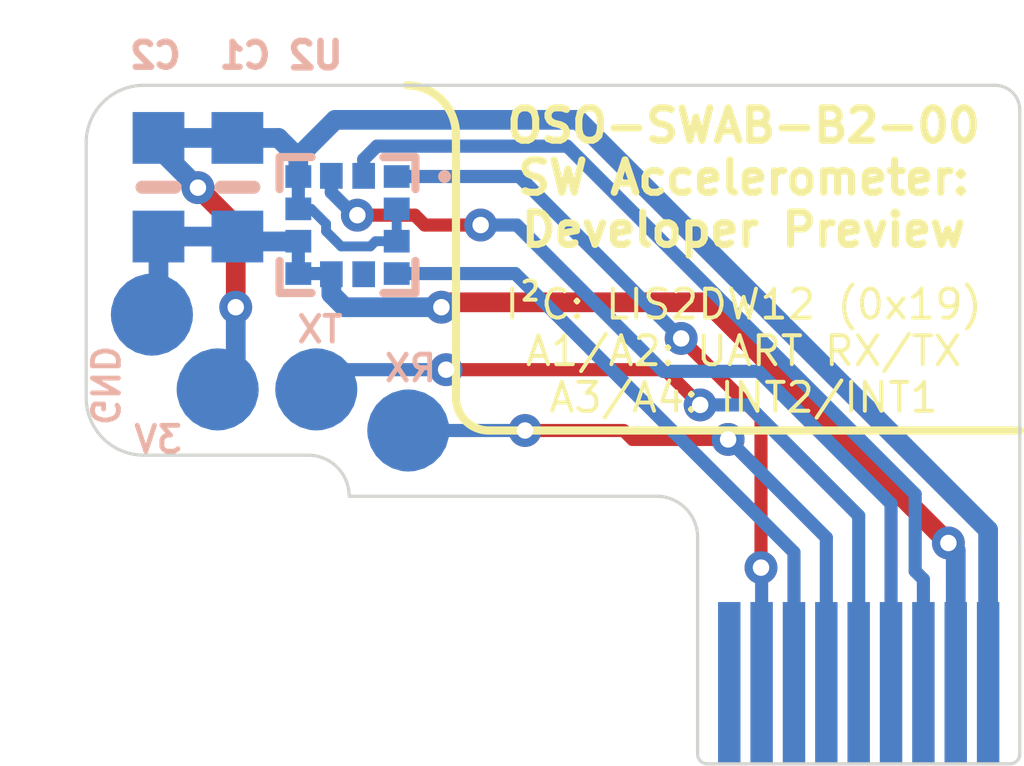
<source format=kicad_pcb>
(kicad_pcb (version 20211014) (generator pcbnew)
  (layers (0 "F.Cu" signal) (31 "B.Cu" signal) (34 "B.Paste" user) (35 "F.Paste" user) (36 "B.SilkS" user "B.Silkscreen") (37 "F.SilkS" user "F.Silkscreen") (38 "B.Mask" user) (39 "F.Mask" user) (44 "Edge.Cuts" user))
  (net 0 "")
  (net 1 "/A1_RX")
  (net 2 "/A2_TX")
  (net 3 "/A4_INT1")
  (net 4 "GND")
  (net 5 "/A3_INT2")
  (net 6 "/SDA")
  (net 7 "/SCL")
  (net 8 "VCC")
  (net 9 "/A0_UNUSED")
  (footprint "OSO-MISC-21-021 Sensor Watch Motion II:FH19C9S05SH10-FFC" (layer "F.Cu") (at 153.2255 106.7461)
    (fp_text reference "U$3" hide)
    (fp_text value "FH19C-9S-0.5SH_10-FFC" hide)
    (pad "1" smd rect (at 2 2.25 90) (size 2.5 0.347) (layers "B.Cu" "B.Mask") (net 8 "VCC"))
    (pad "2" smd rect (at 1.5 2.25 90) (size 2.5 0.347) (layers "B.Cu" "B.Mask") (net 4 "GND"))
    (pad "3" smd rect (at 1 2.25 90) (size 2.5 0.347) (layers "B.Cu" "B.Mask") (net 3 "/A4_INT1"))
    (pad "4" smd rect (at 0.5 2.25 90) (size 2.5 0.347) (layers "B.Cu" "B.Mask") (net 5 "/A3_INT2"))
    (pad "5" smd rect (at 0 2.25 90) (size 2.5 0.347) (layers "B.Cu" "B.Mask") (net 2 "/A2_TX"))
    (pad "6" smd rect (at -0.5 2.25 90) (size 2.5 0.347) (layers "B.Cu" "B.Mask") (net 1 "/A1_RX"))
    (pad "7" smd rect (at -1 2.25 90) (size 2.5 0.347) (layers "B.Cu" "B.Mask") (net 6 "/SDA"))
    (pad "8" smd rect (at -1.5 2.25 90) (size 2.5 0.347) (layers "B.Cu" "B.Mask") (net 7 "/SCL"))
    (pad "9" smd rect (at -2 2.25 90) (size 2.5 0.347) (layers "B.Cu" "B.Mask") (net 9 "/A0_UNUSED"))
  )
  (footprint "OSO-MISC-21-021 Sensor Watch Motion II:LGA12R50P4X4_200X200X70" (layer "B.Cu") (at 145.3261 101.9201 180)
    (fp_text reference "U2" (at 0.02175 2.6201) (layer "B.SilkS") (effects (font (size 0.406899 0.406899) (thickness 0.101101)) (justify left mirror)))
    (fp_text value "LIS2DW12TR")
    (fp_line (start -1.05 -0.555) (end -1.05 -1.05) (layer "B.SilkS") (width 0.127))
    (fp_line (start 1.05 -1.05) (end 1.05 -0.555) (layer "B.SilkS") (width 0.127))
    (fp_line (start 0.555 1.05) (end 1.05 1.05) (layer "B.SilkS") (width 0.127))
    (fp_line (start -1.05 0.555) (end -1.05 1.05) (layer "B.SilkS") (width 0.127))
    (fp_line (start 1.05 1.05) (end 1.05 0.555) (layer "B.SilkS") (width 0.127))
    (fp_line (start -1.05 1.05) (end -0.555 1.05) (layer "B.SilkS") (width 0.127))
    (fp_line (start 0.555 -1.05) (end 1.05 -1.05) (layer "B.SilkS") (width 0.127))
    (fp_line (start -1.05 -1.05) (end -0.555 -1.05) (layer "B.SilkS") (width 0.127))
    (fp_circle (center -1.5 0.75) (end -1.45 0.75) (layer "B.SilkS") (width 0.1) (fill none))
    (pad "1" smd rect (at -0.76 0.75 180) (size 0.4 0.35) (layers "B.Cu" "B.Paste" "B.Mask") (net 7 "/SCL"))
    (pad "2" smd rect (at -0.76 0.25 180) (size 0.4 0.35) (layers "B.Cu" "B.Paste" "B.Mask") (net 8 "VCC"))
    (pad "3" smd rect (at -0.76 -0.25 180) (size 0.4 0.35) (layers "B.Cu" "B.Paste" "B.Mask") (net 8 "VCC"))
    (pad "4" smd rect (at -0.76 -0.75 180) (size 0.4 0.35) (layers "B.Cu" "B.Paste" "B.Mask") (net 6 "/SDA"))
    (pad "5" smd rect (at -0.25 -0.76 180) (size 0.35 0.4) (layers "B.Cu" "B.Paste" "B.Mask"))
    (pad "6" smd rect (at 0.25 -0.76 180) (size 0.35 0.4) (layers "B.Cu" "B.Paste" "B.Mask") (net 4 "GND"))
    (pad "7" smd rect (at 0.76 -0.75 180) (size 0.4 0.35) (layers "B.Cu" "B.Paste" "B.Mask") (net 4 "GND"))
    (pad "8" smd rect (at 0.76 -0.25 180) (size 0.4 0.35) (layers "B.Cu" "B.Paste" "B.Mask") (net 4 "GND"))
    (pad "9" smd rect (at 0.76 0.25 180) (size 0.4 0.35) (layers "B.Cu" "B.Paste" "B.Mask") (net 8 "VCC"))
    (pad "10" smd rect (at 0.76 0.75 180) (size 0.4 0.35) (layers "B.Cu" "B.Paste" "B.Mask") (net 8 "VCC"))
    (pad "11" smd rect (at 0.25 0.76 180) (size 0.35 0.4) (layers "B.Cu" "B.Paste" "B.Mask") (net 5 "/A3_INT2"))
    (pad "12" smd rect (at -0.25 0.76 180) (size 0.35 0.4) (layers "B.Cu" "B.Paste" "B.Mask") (net 3 "/A4_INT1"))
  )
  (footprint "OSO-MISC-21-021 Sensor Watch Motion II:_0603MP" (layer "B.Cu") (at 142.4051 101.3359 90)
    (fp_text reference "C2" (at 2.0359 0.3949 180) (layer "B.SilkS") (effects (font (size 0.388031 0.388031) (thickness 0.119969)) (justify left mirror)))
    (fp_text value "10uF")
    (fp_line (start 0 0.254) (end 0 -0.254) (layer "B.SilkS") (width 0.2032))
    (pad "1" smd rect (at -0.762 0 90) (size 0.8 0.8) (layers "B.Cu" "B.Paste" "B.Mask") (net 4 "GND"))
    (pad "2" smd rect (at 0.762 0 90) (size 0.8 0.8) (layers "B.Cu" "B.Paste" "B.Mask") (net 8 "VCC"))
  )
  (footprint "OSO-MISC-21-021 Sensor Watch Motion II:B1,27" (layer "B.Cu") (at 144.8435 104.4601 180)
    (fp_text reference "TP3" hide)
    (fp_text value "TPB1,27")
    (pad "TP" smd roundrect (at 0 0 180) (size 1.27 1.27) (layers "B.Cu" "B.Mask") (roundrect_rratio 0.5) (net 2 "/A2_TX"))
  )
  (footprint "OSO-MISC-21-021 Sensor Watch Motion II:B1,27" (layer "B.Cu") (at 146.2659 105.0951 180)
    (fp_text reference "TP4" hide)
    (fp_text value "TPB1,27")
    (pad "TP" smd roundrect (at 0 0 180) (size 1.27 1.27) (layers "B.Cu" "B.Mask") (roundrect_rratio 0.5) (net 1 "/A1_RX"))
  )
  (footprint "OSO-MISC-21-021 Sensor Watch Motion II:_0603MP" (layer "B.Cu") (at 143.6243 101.3359 -90)
    (fp_text reference "C1" (at -2.0359 0.3243 -180) (layer "B.SilkS") (effects (font (size 0.388031 0.388031) (thickness 0.119969)) (justify right mirror)))
    (fp_text value "0.1uF")
    (fp_line (start 0 0.254) (end 0 -0.254) (layer "B.SilkS") (width 0.2032))
    (pad "1" smd rect (at -0.762 0 270) (size 0.8 0.8) (layers "B.Cu" "B.Paste" "B.Mask") (net 8 "VCC"))
    (pad "2" smd rect (at 0.762 0 270) (size 0.8 0.8) (layers "B.Cu" "B.Paste" "B.Mask") (net 4 "GND"))
  )
  (footprint "OSO-MISC-21-021 Sensor Watch Motion II:B1,27" (layer "B.Cu") (at 142.3035 103.3044 180)
    (fp_text reference "TP1" hide)
    (fp_text value "TPB1,27")
    (pad "TP" smd roundrect (at 0 0 180) (size 1.27 1.27) (layers "B.Cu" "B.Mask") (roundrect_rratio 0.5) (net 4 "GND"))
  )
  (footprint "OSO-MISC-21-021 Sensor Watch Motion II:B1,27" (layer "B.Cu") (at 143.3195 104.4601 180)
    (fp_text reference "TP2" hide)
    (fp_text value "TPB1,27")
    (pad "TP" smd roundrect (at 0 0 180) (size 1.27 1.27) (layers "B.Cu" "B.Mask") (roundrect_rratio 0.5) (net 8 "VCC"))
  )
  (gr_line (start 155.7147 105.0951) (end 147.5105 105.0951) (layer "F.SilkS") (width 0.127))
  (gr_line (start 147.0025 100.5231) (end 147.0025 104.5871) (layer "F.SilkS") (width 0.127))
  (gr_arc (start 146.2405 99.7611) (mid 146.779315 99.984285) (end 147.0025 100.5231) (layer "F.SilkS") (width 0.127))
  (gr_arc (start 147.5105 105.0951) (mid 147.15129 104.94631) (end 147.0025 104.5871) (layer "F.SilkS") (width 0.127))
  (gr_line (start 150.7363 106.7461) (end 150.7363 110.0961) (layer "Edge.Cuts") (width 0.05))
  (gr_arc (start 150.8863 110.2461) (mid 150.780234 110.202166) (end 150.7363 110.0961) (layer "Edge.Cuts") (width 0.05))
  (gr_line (start 150.1013 106.1111) (end 145.3515 106.1111) (layer "Edge.Cuts") (width 0.05))
  (gr_line (start 144.7165 105.4761) (end 142.1765 105.4761) (layer "Edge.Cuts") (width 0.05))
  (gr_arc (start 144.7165 105.4761) (mid 145.165513 105.662087) (end 145.3515 106.1111) (layer "Edge.Cuts") (width 0.05))
  (gr_arc (start 150.1013 106.1111) (mid 150.550313 106.297087) (end 150.7363 106.7461) (layer "Edge.Cuts") (width 0.05))
  (gr_arc (start 155.3337 99.7611) (mid 155.603108 99.872692) (end 155.7147 100.1421) (layer "Edge.Cuts") (width 0.05))
  (gr_arc (start 142.1765 105.4761) (mid 141.547882 105.215718) (end 141.2875 104.5871) (layer "Edge.Cuts") (width 0.05))
  (gr_line (start 155.7147 100.1421) (end 155.7147 106.7461) (layer "Edge.Cuts") (width 0.05))
  (gr_line (start 155.5647 110.2461) (end 150.8863 110.2461) (layer "Edge.Cuts") (width 0.05))
  (gr_line (start 142.1765 99.7611) (end 155.3337 99.7611) (layer "Edge.Cuts") (width 0.05))
  (gr_arc (start 141.2875 100.6501) (mid 141.547882 100.021482) (end 142.1765 99.7611) (layer "Edge.Cuts") (width 0.05))
  (gr_line (start 155.7147 106.7461) (end 155.7147 110.0961) (layer "Edge.Cuts") (width 0.05))
  (gr_arc (start 155.7147 110.0961) (mid 155.670766 110.202166) (end 155.5647 110.2461) (layer "Edge.Cuts") (width 0.05))
  (gr_line (start 141.2875 104.5871) (end 141.2875 100.6501) (layer "Edge.Cuts") (width 0.05))
  (gr_text "TX" (at 144.9 103.3) (layer "B.SilkS") (effects (font (size 0.4 0.4) (thickness 0.075)) (justify top mirror)))
  (gr_text "RX" (at 146.3 103.9) (layer "B.SilkS") (effects (font (size 0.4 0.4) (thickness 0.075)) (justify top mirror)))
  (gr_text "GND" (at 141.8 104.4 -90) (layer "B.SilkS") (effects (font (size 0.4 0.4) (thickness 0.075)) (justify top mirror)))
  (gr_text "3V" (at 142.4 105) (layer "B.SilkS") (effects (font (size 0.4 0.4) (thickness 0.075)) (justify top mirror)))
  (gr_text "I²C: LIS2DW12 (0x19)\nA1/A2: UART RX/TX\nA3/A4: INT2/INT1\n" (at 151.4475 102.8853) (layer "F.SilkS") (effects (font (size 0.44704 0.44704) (thickness 0.06096)) (justify top)))
  (gr_text "OSO-SWAB-B2-00\nSW Accelerometer:\nDeveloper Preview" (at 151.4475 100.0913) (layer "F.SilkS") (effects (font (size 0.499872 0.499872) (thickness 0.109728)) (justify top)))
  (segment (start 149.73135 105.23315) (end 149.5933 105.0951) (width 0.2032) (layer "F.Cu") (net 1))
  (segment (start 148.0693 105.0951) (end 149.5933 105.0951) (width 0.2032) (layer "F.Cu") (net 1))
  (segment (start 151.20785 105.23315) (end 149.73135 105.23315) (width 0.2032) (layer "F.Cu") (net 1))
  (via (at 148.0693 105.0951) (size 0.508) (drill 0.254) (layers "F.Cu" "B.Cu") (net 1))
  (via (at 151.20785 105.23315) (size 0.508) (drill 0.254) (layers "F.Cu" "B.Cu") (net 1))
  (segment (start 146.2659 105.0951) (end 148.0693 105.0951) (width 0.2032) (layer "B.Cu") (net 1))
  (segment (start 152.7255 106.7508) (end 151.20785 105.23315) (width 0.2032) (layer "B.Cu") (net 1))
  (segment (start 152.7255 108.9961) (end 152.7255 106.7508) (width 0.2032) (layer "B.Cu") (net 1))
  (segment (start 150.77605 104.69975) (end 150.2316 104.1553) (width 0.2032) (layer "F.Cu") (net 2))
  (segment (start 150.2316 104.1553) (end 146.8501 104.1553) (width 0.2032) (layer "F.Cu") (net 2))
  (via (at 150.77605 104.69975) (size 0.508) (drill 0.254) (layers "F.Cu" "B.Cu") (net 2))
  (via (at 146.8501 104.1553) (size 0.508) (drill 0.254) (layers "F.Cu" "B.Cu") (net 2))
  (segment (start 144.8435 104.4601) (end 145.1483 104.1553) (width 0.2032) (layer "B.Cu") (net 2))
  (segment (start 151.51265 104.69975) (end 150.77605 104.69975) (width 0.2032) (layer "B.Cu") (net 2))
  (segment (start 153.2255 108.9961) (end 153.2255 106.4126) (width 0.2032) (layer "B.Cu") (net 2))
  (segment (start 146.8501 104.1553) (end 145.1483 104.1553) (width 0.2032) (layer "B.Cu") (net 2))
  (segment (start 153.2255 106.4126) (end 151.51265 104.69975) (width 0.2032) (layer "B.Cu") (net 2))
  (segment (start 154.2255 107.3959) (end 154.0985 107.2689) (width 0.2032) (layer "B.Cu") (net 3))
  (segment (start 154.0985 106.079475) (end 154.0985 107.2689) (width 0.2032) (layer "B.Cu") (net 3))
  (segment (start 145.780813 100.7009) (end 148.719925 100.7009) (width 0.2032) (layer "B.Cu") (net 3))
  (segment (start 145.5761 100.905613) (end 145.780813 100.7009) (width 0.2032) (layer "B.Cu") (net 3))
  (segment (start 154.0985 106.079475) (end 148.719925 100.7009) (width 0.2032) (layer "B.Cu") (net 3))
  (segment (start 154.2255 108.9961) (end 154.2255 107.3959) (width 0.2032) (layer "B.Cu") (net 3))
  (segment (start 145.5761 101.1601) (end 145.5761 100.905613) (width 0.2032) (layer "B.Cu") (net 3))
  (segment (start 146.8534 103.1139) (end 146.7772 103.1901) (width 0.3048) (layer "F.Cu") (net 4))
  (segment (start 154.61145 106.83335) (end 150.892 103.1139) (width 0.3048) (layer "F.Cu") (net 4))
  (segment (start 150.892 103.1139) (end 146.8534 103.1139) (width 0.3048) (layer "F.Cu") (net 4))
  (via (at 154.61145 106.83335) (size 0.508) (drill 0.254) (layers "F.Cu" "B.Cu") (net 4))
  (via (at 146.7772 103.1901) (size 0.508) (drill 0.254) (layers "F.Cu" "B.Cu") (net 4))
  (segment (start 142.4051 102.0979) (end 143.6243 102.0979) (width 0.3048) (layer "B.Cu") (net 4))
  (segment (start 142.3035 103.3044) (end 142.4051 103.2028) (width 0.3048) (layer "B.Cu") (net 4))
  (segment (start 144.5661 102.6701) (end 145.0661 102.6701) (width 0.2032) (layer "B.Cu") (net 4))
  (segment (start 144.5661 102.1741) (end 144.5661 102.1701) (width 0.2032) (layer "B.Cu") (net 4))
  (segment (start 144.5661 102.6701) (end 144.5661 102.1741) (width 0.2032) (layer "B.Cu") (net 4))
  (segment (start 154.7255 108.9961) (end 154.7255 106.9474) (width 0.3048) (layer "B.Cu") (net 4))
  (segment (start 145.28005 103.1901) (end 145.0761 102.98615) (width 0.3048) (layer "B.Cu") (net 4))
  (segment (start 145.0661 102.6701) (end 145.0761 102.6801) (width 0.2032) (layer "B.Cu") (net 4))
  (segment (start 143.6243 102.0979) (end 143.7005 102.1741) (width 0.3048) (layer "B.Cu") (net 4))
  (segment (start 145.0761 102.6801) (end 145.0761 102.98615) (width 0.3048) (layer "B.Cu") (net 4))
  (segment (start 142.4051 103.2028) (end 142.4051 102.0979) (width 0.3048) (layer "B.Cu") (net 4))
  (segment (start 154.7255 106.9474) (end 154.61145 106.83335) (width 0.3048) (layer "B.Cu") (net 4))
  (segment (start 145.28005 103.1901) (end 146.7772 103.1901) (width 0.3048) (layer "B.Cu") (net 4))
  (segment (start 143.7005 102.1741) (end 144.5661 102.1741) (width 0.3048) (layer "B.Cu") (net 4))
  (segment (start 146.3675 101.7677) (end 145.4785 101.7677) (width 0.2032) (layer "F.Cu") (net 5))
  (segment (start 146.5199 101.9201) (end 146.3675 101.7677) (width 0.2032) (layer "F.Cu") (net 5))
  (segment (start 146.5199 101.9201) (end 147.3835 101.9201) (width 0.2032) (layer "F.Cu") (net 5))
  (via (at 147.3835 101.9201) (size 0.508) (drill 0.254) (layers "F.Cu" "B.Cu") (net 5))
  (via (at 145.4785 101.7677) (size 0.508) (drill 0.254) (layers "F.Cu" "B.Cu") (net 5))
  (segment (start 145.4277 101.7677) (end 145.0761 101.4161) (width 0.2032) (layer "B.Cu") (net 5))
  (segment (start 145.0761 101.1601) (end 145.0761 101.4161) (width 0.2032) (layer "B.Cu") (net 5))
  (segment (start 150.2029 104.1807) (end 147.9423 101.9201) (width 0.2032) (layer "B.Cu") (net 5))
  (segment (start 145.4785 101.7677) (end 145.4277 101.7677) (width 0.2032) (layer "B.Cu") (net 5))
  (segment (start 147.9423 101.9201) (end 147.3835 101.9201) (width 0.2032) (layer "B.Cu") (net 5))
  (segment (start 153.7255 106.22845) (end 151.67775 104.1807) (width 0.2032) (layer "B.Cu") (net 5))
  (segment (start 151.67775 104.1807) (end 150.2029 104.1807) (width 0.2032) (layer "B.Cu") (net 5))
  (segment (start 153.7255 108.9961) (end 153.7255 106.22845) (width 0.2032) (layer "B.Cu") (net 5))
  (segment (start 152.2255 106.978) (end 147.9176 102.6701) (width 0.2032) (layer "B.Cu") (net 6))
  (segment (start 152.2255 108.9961) (end 152.2255 106.978) (width 0.2032) (layer "B.Cu") (net 6))
  (segment (start 147.9176 102.6701) (end 146.0861 102.6701) (width 0.2032) (layer "B.Cu") (net 6))
  (segment (start 151.71585 107.21435) (end 151.71585 104.90625) (width 0.2032) (layer "F.Cu") (net 7))
  (segment (start 151.71585 104.90625) (end 150.4823 103.6727) (width 0.2032) (layer "F.Cu") (net 7))
  (via (at 150.4823 103.6727) (size 0.508) (drill 0.254) (layers "F.Cu" "B.Cu") (net 7))
  (via (at 151.71585 107.21435) (size 0.508) (drill 0.254) (layers "F.Cu" "B.Cu") (net 7))
  (segment (start 151.7255 108.9961) (end 151.7255 107.224) (width 0.2032) (layer "B.Cu") (net 7))
  (segment (start 147.9797 101.1701) (end 146.0861 101.1701) (width 0.2032) (layer "B.Cu") (net 7))
  (segment (start 151.7255 107.224) (end 151.71585 107.21435) (width 0.2032) (layer "B.Cu") (net 7))
  (segment (start 150.4823 103.6727) (end 147.9797 101.1701) (width 0.2032) (layer "B.Cu") (net 7))
  (segment (start 143.0147 101.3423) (end 143.5989 101.9265) (width 0.3048) (layer "F.Cu") (net 8))
  (segment (start 143.5989 101.9265) (end 143.5989 103.1901) (width 0.3048) (layer "F.Cu") (net 8))
  (via (at 143.0147 101.3423) (size 0.508) (drill 0.254) (layers "F.Cu" "B.Cu") (net 8))
  (via (at 143.5989 103.1901) (size 0.508) (drill 0.254) (layers "F.Cu" "B.Cu") (net 8))
  (segment (start 143.6243 100.5739) (end 144.2593 100.5739) (width 0.3048) (layer "B.Cu") (net 8))
  (segment (start 144.5661 100.86405) (end 144.557775 100.872375) (width 0.3048) (layer "B.Cu") (net 8))
  (segment (start 146.0861 102.1701) (end 146.0861 101.6701) (width 0.1524) (layer "B.Cu") (net 8))
  (segment (start 144.2593 100.5739) (end 144.557775 100.872375) (width 0.3048) (layer "B.Cu") (net 8))
  (segment (start 142.4051 100.5739) (end 142.4051 100.7327) (width 0.3048) (layer "B.Cu") (net 8))
  (segment (start 146.0861 102.1701) (end 145.7586 102.1701) (width 0.1524) (layer "B.Cu") (net 8))
  (segment (start 144.5661 101.1701) (end 144.5661 100.86405) (width 0.3048) (layer "B.Cu") (net 8))
  (segment (start 144.5661 101.6701) (end 144.5661 101.1701) (width 0.2032) (layer "B.Cu") (net 8))
  (segment (start 142.4051 100.5739) (end 143.6243 100.5739) (width 0.3048) (layer "B.Cu") (net 8))
  (segment (start 145.13565 100.2945) (end 144.5661 100.86405) (width 0.3048) (layer "B.Cu") (net 8))
  (segment (start 145.6784 102.2503) (end 145.2278 102.2503) (width 0.1524) (layer "B.Cu") (net 8))
  (segment (start 155.2255 108.9961) (end 155.2255 106.631737) (width 0.3048) (layer "B.Cu") (net 8))
  (segment (start 155.2255 106.631737) (end 148.888263 100.2945) (width 0.3048) (layer "B.Cu") (net 8))
  (segment (start 144.5661 101.6701) (end 144.764388 101.6701) (width 0.1524) (layer "B.Cu") (net 8))
  (segment (start 144.9947 102.0172) (end 144.9947 101.900413) (width 0.1524) (layer "B.Cu") (net 8))
  (segment (start 142.4051 100.7327) (end 143.0147 101.3423) (width 0.3048) (layer "B.Cu") (net 8))
  (segment (start 143.5989 104.1807) (end 143.5989 103.1901) (width 0.3048) (layer "B.Cu") (net 8))
  (segment (start 144.764388 101.6701) (end 144.9947 101.900413) (width 0.1524) (layer "B.Cu") (net 8))
  (segment (start 143.3195 104.4601) (end 143.5989 104.1807) (width 0.3048) (layer "B.Cu") (net 8))
  (segment (start 145.7586 102.1701) (end 145.6784 102.2503) (width 0.1524) (layer "B.Cu") (net 8))
  (segment (start 145.2278 102.2503) (end 144.9947 102.0172) (width 0.1524) (layer "B.Cu") (net 8))
  (segment (start 148.888263 100.2945) (end 145.13565 100.2945) (width 0.3048) (layer "B.Cu") (net 8))
)
</source>
